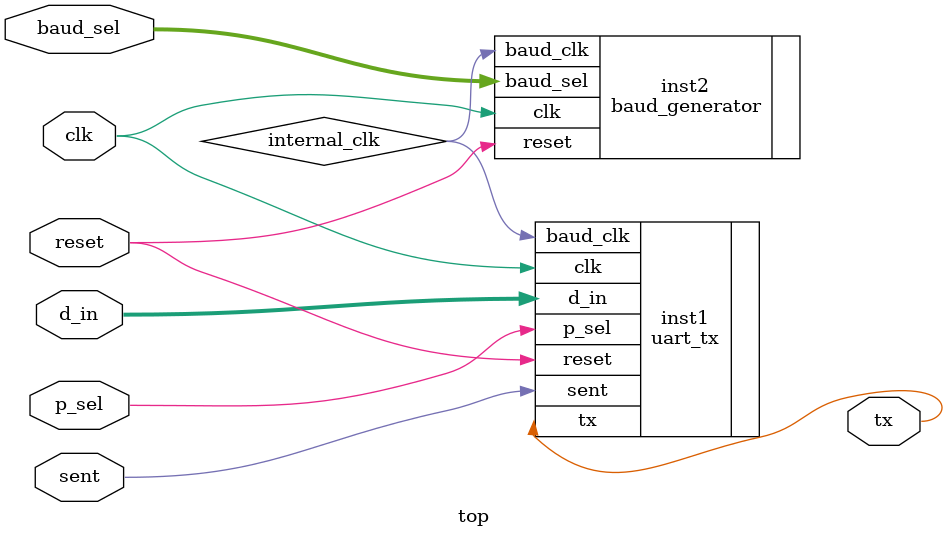
<source format=v>



module top(	  
			  input reset,
			  input clk,
			  input sent,
		      input [7:0] d_in,
		      input p_sel,
		      input [1:0]baud_sel,
		      output tx
					);

wire internal_clk;
 uart_tx inst1 (.reset(reset),	
			   .clk(clk),
			   .sent(sent),
		       .d_in(d_in),
		       .baud_clk(internal_clk),
		       .p_sel(p_sel),
		       .tx(tx));	

baud_generator inst2(
     .clk(clk),  // clock
     .reset(reset), // reset
     .baud_sel(baud_sel),
     .baud_clk(internal_clk) // selecting the baud rate
);

endmodule

</source>
